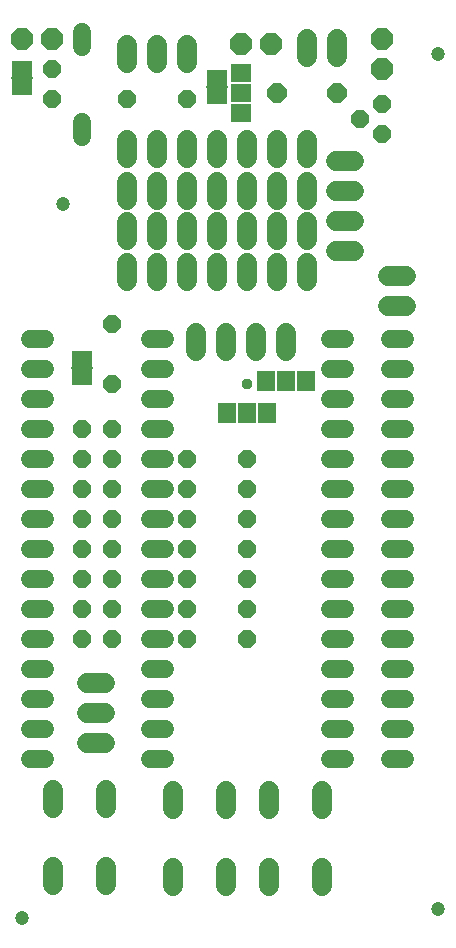
<source format=gbs>
G75*
%MOIN*%
%OFA0B0*%
%FSLAX25Y25*%
%IPPOS*%
%LPD*%
%AMOC8*
5,1,8,0,0,1.08239X$1,22.5*
%
%ADD10C,0.04737*%
%ADD11C,0.05950*%
%ADD12C,0.06000*%
%ADD13OC8,0.06000*%
%ADD14C,0.06800*%
%ADD15OC8,0.07100*%
%ADD16R,0.06706X0.05918*%
%ADD17OC8,0.06400*%
%ADD18R,0.07100X0.05400*%
%ADD19R,0.07200X0.00600*%
%ADD20R,0.05918X0.06706*%
%ADD21C,0.06737*%
%ADD22C,0.03778*%
D10*
X0021600Y0058600D03*
X0160100Y0061600D03*
X0035100Y0296600D03*
X0160100Y0346600D03*
D11*
X0129175Y0251600D02*
X0124025Y0251600D01*
X0124025Y0241600D02*
X0129175Y0241600D01*
X0129175Y0231600D02*
X0124025Y0231600D01*
X0124025Y0221600D02*
X0129175Y0221600D01*
X0129175Y0211600D02*
X0124025Y0211600D01*
X0124025Y0201600D02*
X0129175Y0201600D01*
X0129175Y0191600D02*
X0124025Y0191600D01*
X0124025Y0181600D02*
X0129175Y0181600D01*
X0129175Y0171600D02*
X0124025Y0171600D01*
X0124025Y0161600D02*
X0129175Y0161600D01*
X0129175Y0151600D02*
X0124025Y0151600D01*
X0124025Y0141600D02*
X0129175Y0141600D01*
X0129175Y0131600D02*
X0124025Y0131600D01*
X0124025Y0121600D02*
X0129175Y0121600D01*
X0129175Y0111600D02*
X0124025Y0111600D01*
X0069175Y0111600D02*
X0064025Y0111600D01*
X0064025Y0121600D02*
X0069175Y0121600D01*
X0069175Y0131600D02*
X0064025Y0131600D01*
X0064025Y0141600D02*
X0069175Y0141600D01*
X0069175Y0151600D02*
X0064025Y0151600D01*
X0064025Y0161600D02*
X0069175Y0161600D01*
X0069175Y0171600D02*
X0064025Y0171600D01*
X0064025Y0181600D02*
X0069175Y0181600D01*
X0069175Y0191600D02*
X0064025Y0191600D01*
X0064025Y0201600D02*
X0069175Y0201600D01*
X0069175Y0211600D02*
X0064025Y0211600D01*
X0064025Y0221600D02*
X0069175Y0221600D01*
X0069175Y0231600D02*
X0064025Y0231600D01*
X0064025Y0241600D02*
X0069175Y0241600D01*
X0069175Y0251600D02*
X0064025Y0251600D01*
D12*
X0029200Y0251600D02*
X0024000Y0251600D01*
X0024000Y0241600D02*
X0029200Y0241600D01*
X0029200Y0231600D02*
X0024000Y0231600D01*
X0024000Y0221600D02*
X0029200Y0221600D01*
X0029200Y0211600D02*
X0024000Y0211600D01*
X0024000Y0201600D02*
X0029200Y0201600D01*
X0029200Y0191600D02*
X0024000Y0191600D01*
X0024000Y0181600D02*
X0029200Y0181600D01*
X0029200Y0171600D02*
X0024000Y0171600D01*
X0024000Y0161600D02*
X0029200Y0161600D01*
X0029200Y0151600D02*
X0024000Y0151600D01*
X0024000Y0141600D02*
X0029200Y0141600D01*
X0029200Y0131600D02*
X0024000Y0131600D01*
X0024000Y0121600D02*
X0029200Y0121600D01*
X0029200Y0111600D02*
X0024000Y0111600D01*
X0144000Y0111600D02*
X0149200Y0111600D01*
X0149200Y0121600D02*
X0144000Y0121600D01*
X0144000Y0131600D02*
X0149200Y0131600D01*
X0149200Y0141600D02*
X0144000Y0141600D01*
X0144000Y0151600D02*
X0149200Y0151600D01*
X0149200Y0161600D02*
X0144000Y0161600D01*
X0144000Y0171600D02*
X0149200Y0171600D01*
X0149200Y0181600D02*
X0144000Y0181600D01*
X0144000Y0191600D02*
X0149200Y0191600D01*
X0149200Y0201600D02*
X0144000Y0201600D01*
X0144000Y0211600D02*
X0149200Y0211600D01*
X0149200Y0221600D02*
X0144000Y0221600D01*
X0144000Y0231600D02*
X0149200Y0231600D01*
X0149200Y0241600D02*
X0144000Y0241600D01*
X0144000Y0251600D02*
X0149200Y0251600D01*
X0041600Y0319000D02*
X0041600Y0324200D01*
X0041600Y0349000D02*
X0041600Y0354200D01*
D13*
X0031600Y0341600D03*
X0031600Y0331600D03*
X0056600Y0331600D03*
X0076600Y0331600D03*
X0134100Y0325100D03*
X0141600Y0320100D03*
X0141600Y0330100D03*
X0051600Y0256600D03*
X0051600Y0236600D03*
X0051600Y0221600D03*
X0051600Y0211600D03*
X0041600Y0211600D03*
X0041600Y0221600D03*
X0041600Y0201600D03*
X0051600Y0201600D03*
X0051600Y0191600D03*
X0051600Y0181600D03*
X0041600Y0181600D03*
X0041600Y0191600D03*
X0041600Y0171600D03*
X0051600Y0171600D03*
X0051600Y0161600D03*
X0041600Y0161600D03*
X0041600Y0151600D03*
X0051600Y0151600D03*
X0076600Y0151600D03*
X0076600Y0161600D03*
X0076600Y0171600D03*
X0076600Y0181600D03*
X0076600Y0191600D03*
X0076600Y0201600D03*
X0076600Y0211600D03*
X0096600Y0211600D03*
X0096600Y0201600D03*
X0096600Y0191600D03*
X0096600Y0181600D03*
X0096600Y0171600D03*
X0096600Y0161600D03*
X0096600Y0151600D03*
D14*
X0049100Y0137100D02*
X0043100Y0137100D01*
X0043100Y0127100D02*
X0049100Y0127100D01*
X0049100Y0117100D02*
X0043100Y0117100D01*
X0049500Y0101400D02*
X0049500Y0095400D01*
X0031700Y0095400D02*
X0031700Y0101400D01*
X0031700Y0075800D02*
X0031700Y0069800D01*
X0049500Y0069800D02*
X0049500Y0075800D01*
X0071700Y0075300D02*
X0071700Y0069300D01*
X0089500Y0069300D02*
X0089500Y0075300D01*
X0103700Y0075300D02*
X0103700Y0069300D01*
X0121500Y0069300D02*
X0121500Y0075300D01*
X0121500Y0094900D02*
X0121500Y0100900D01*
X0103700Y0100900D02*
X0103700Y0094900D01*
X0089500Y0094900D02*
X0089500Y0100900D01*
X0071700Y0100900D02*
X0071700Y0094900D01*
X0079600Y0247600D02*
X0079600Y0253600D01*
X0089600Y0253600D02*
X0089600Y0247600D01*
X0099600Y0247600D02*
X0099600Y0253600D01*
X0109600Y0253600D02*
X0109600Y0247600D01*
X0106600Y0271100D02*
X0106600Y0277100D01*
X0106600Y0284600D02*
X0106600Y0290600D01*
X0106600Y0298100D02*
X0106600Y0304100D01*
X0106600Y0312100D02*
X0106600Y0318100D01*
X0096600Y0318100D02*
X0096600Y0312100D01*
X0096600Y0304100D02*
X0096600Y0298100D01*
X0096600Y0290600D02*
X0096600Y0284600D01*
X0096600Y0277100D02*
X0096600Y0271100D01*
X0086600Y0271100D02*
X0086600Y0277100D01*
X0086600Y0284600D02*
X0086600Y0290600D01*
X0086600Y0298100D02*
X0086600Y0304100D01*
X0086600Y0312100D02*
X0086600Y0318100D01*
X0076600Y0318100D02*
X0076600Y0312100D01*
X0076600Y0304100D02*
X0076600Y0298100D01*
X0076600Y0290600D02*
X0076600Y0284600D01*
X0076600Y0277100D02*
X0076600Y0271100D01*
X0066600Y0271100D02*
X0066600Y0277100D01*
X0066600Y0284600D02*
X0066600Y0290600D01*
X0066600Y0298100D02*
X0066600Y0304100D01*
X0066600Y0312100D02*
X0066600Y0318100D01*
X0056600Y0318100D02*
X0056600Y0312100D01*
X0056600Y0304100D02*
X0056600Y0298100D01*
X0056600Y0290600D02*
X0056600Y0284600D01*
X0056600Y0277100D02*
X0056600Y0271100D01*
X0116600Y0271100D02*
X0116600Y0277100D01*
X0116600Y0284600D02*
X0116600Y0290600D01*
X0116600Y0298100D02*
X0116600Y0304100D01*
X0116600Y0312100D02*
X0116600Y0318100D01*
X0126100Y0311100D02*
X0132100Y0311100D01*
X0132100Y0301100D02*
X0126100Y0301100D01*
X0126100Y0291100D02*
X0132100Y0291100D01*
X0132100Y0281100D02*
X0126100Y0281100D01*
X0076600Y0343600D02*
X0076600Y0349600D01*
X0066600Y0349600D02*
X0066600Y0343600D01*
X0056600Y0343600D02*
X0056600Y0349600D01*
D15*
X0031600Y0351600D03*
X0021600Y0351600D03*
X0094600Y0350100D03*
X0104600Y0350100D03*
X0141600Y0351600D03*
X0141600Y0341600D03*
D16*
X0094600Y0340293D03*
X0094600Y0333600D03*
X0094600Y0326907D03*
D17*
X0106600Y0333600D03*
X0126600Y0333600D03*
D18*
X0086600Y0332600D03*
X0086600Y0338600D03*
X0021600Y0335600D03*
X0021600Y0341600D03*
X0041600Y0245100D03*
X0041600Y0239100D03*
D19*
X0041600Y0242100D03*
X0086600Y0335600D03*
X0021600Y0338600D03*
D20*
X0102907Y0237600D03*
X0109600Y0237600D03*
X0116293Y0237600D03*
X0103293Y0227100D03*
X0096600Y0227100D03*
X0089907Y0227100D03*
D21*
X0143631Y0262600D02*
X0149569Y0262600D01*
X0149569Y0272600D02*
X0143631Y0272600D01*
X0126600Y0345631D02*
X0126600Y0351569D01*
X0116600Y0351569D02*
X0116600Y0345631D01*
D22*
X0096600Y0236600D03*
M02*

</source>
